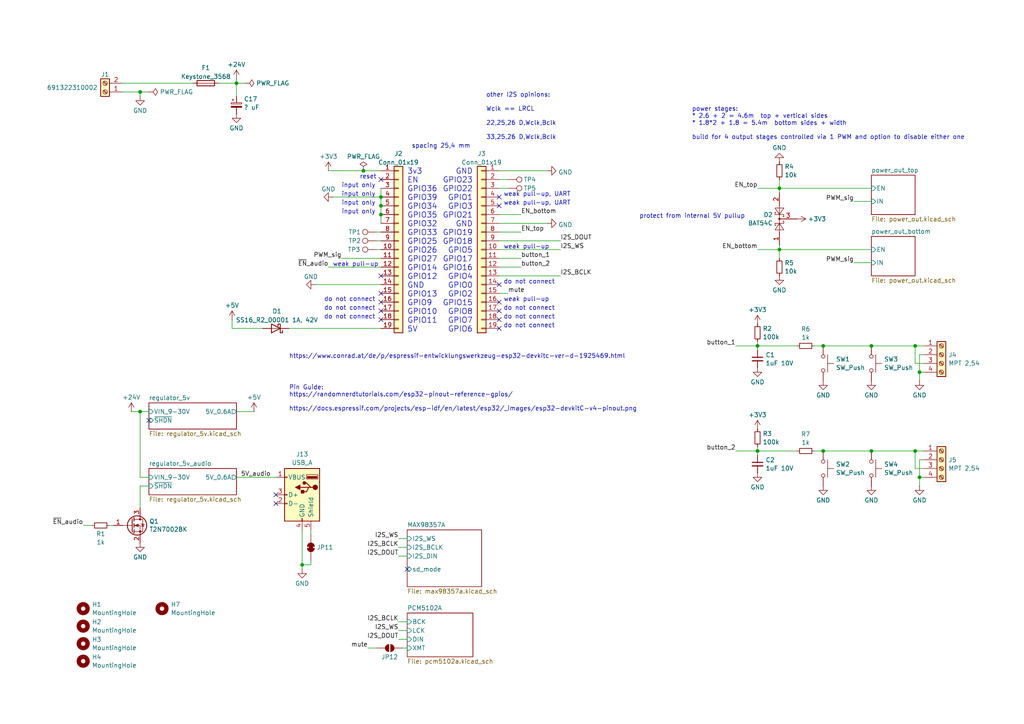
<source format=kicad_sch>
(kicad_sch (version 20231120) (generator "eeschema") (generator_version "8.0")
  (paper "A4")
  (lib_symbols
    (symbol "Connector:Screw_Terminal_01x02" (pin_names (offset 1.016) hide)
      (property "Reference" "J" (at 0 2.54 0))
      (property "Value" "Screw_Terminal_01x02" (at 0 -5.08 0))
      (symbol "Screw_Terminal_01x02_1_1"
        (rectangle (start -1.27 1.27) (end 1.27 -3.81) (stroke (width 0.254)) (fill (type background)))
        (circle (center 0 -2.54) (radius 0.635) (stroke (width 0.1524)))
        (polyline (pts (xy -0.5334 -2.2098) (xy 0.3302 -3.048)) (stroke (width 0.1524)))
        (polyline (pts (xy -0.5334 0.3302) (xy 0.3302 -0.508)) (stroke (width 0.1524)))
        (polyline (pts (xy -0.3556 -2.032) (xy 0.508 -2.8702)) (stroke (width 0.1524)))
        (polyline (pts (xy -0.3556 0.508) (xy 0.508 -0.3302)) (stroke (width 0.1524)))
        (circle (center 0 0) (radius 0.635) (stroke (width 0.1524)))
        (pin passive line (at -5.08 0 0) (length 3.81) (name "Pin_1") (number "1"))
        (pin passive line (at -5.08 -2.54 0) (length 3.81) (name "Pin_2") (number "2"))
      )
    )
    (symbol "Connector:Screw_Terminal_01x04" (pin_names (offset 1.016) hide)
      (property "Reference" "J" (at 0 5.08 0))
      (property "Value" "Screw_Terminal_01x04" (at 0 -7.62 0))
      (symbol "Screw_Terminal_01x04_1_1"
        (rectangle (start -1.27 3.81) (end 1.27 -6.35) (stroke (width 0.254)) (fill (type background)))
        (circle (center 0 -5.08) (radius 0.635) (stroke (width 0.1524)))
        (circle (center 0 -2.54) (radius 0.635) (stroke (width 0.1524)))
        (polyline (pts (xy -0.5334 -4.7498) (xy 0.3302 -5.588)) (stroke (width 0.1524)))
        (polyline (pts (xy -0.5334 -2.2098) (xy 0.3302 -3.048)) (stroke (width 0.1524)))
        (polyline (pts (xy -0.5334 0.3302) (xy 0.3302 -0.508)) (stroke (width 0.1524)))
        (polyline (pts (xy -0.5334 2.8702) (xy 0.3302 2.032)) (stroke (width 0.1524)))
        (polyline (pts (xy -0.3556 -4.572) (xy 0.508 -5.4102)) (stroke (width 0.1524)))
        (polyline (pts (xy -0.3556 -2.032) (xy 0.508 -2.8702)) (stroke (width 0.1524)))
        (polyline (pts (xy -0.3556 0.508) (xy 0.508 -0.3302)) (stroke (width 0.1524)))
        (polyline (pts (xy -0.3556 3.048) (xy 0.508 2.2098)) (stroke (width 0.1524)))
        (circle (center 0 0) (radius 0.635) (stroke (width 0.1524)))
        (circle (center 0 2.54) (radius 0.635) (stroke (width 0.1524)))
        (pin passive line (at -5.08 2.54 0) (length 3.81) (name "Pin_1") (number "1"))
        (pin passive line (at -5.08 0 0) (length 3.81) (name "Pin_2") (number "2"))
        (pin passive line (at -5.08 -2.54 0) (length 3.81) (name "Pin_3") (number "3"))
        (pin passive line (at -5.08 -5.08 0) (length 3.81) (name "Pin_4") (number "4"))
      )
    )
    (symbol "Connector:TestPoint" (pin_numbers hide) (pin_names (offset 0.762) hide)
      (property "Reference" "TP" (at 0 6.858 0))
      (property "Value" "TestPoint" (at 0 5.08 0))
      (symbol "TestPoint_0_1"
        (circle (center 0 3.302) (radius 0.762))
      )
      (symbol "TestPoint_1_1"
        (pin passive line (at 0 0 90) (length 2.54) (name "1") (number "1"))
      )
    )
    (symbol "Connector:USB_A" (pin_names (offset 1.016))
      (property "Reference" "J" (at -5.08 11.43 0))
      (property "Value" "USB_A" (at -5.08 8.89 0))
      (symbol "USB_A_0_1"
        (rectangle (start -5.08 -7.62) (end 5.08 7.62) (stroke (width 0.254)) (fill (type background)))
        (circle (center -3.81 2.159) (radius 0.635) (stroke (width 0.254)) (fill (type outline)))
        (rectangle (start -1.524 4.826) (end -4.318 5.334) (fill (type outline)))
        (rectangle (start -1.27 4.572) (end -4.572 5.842))
        (circle (center -0.635 3.429) (radius 0.381) (stroke (width 0.254)) (fill (type outline)))
        (rectangle (start -0.127 -7.62) (end 0.127 -6.858))
        (polyline (pts (xy -3.175 2.159) (xy -2.54 2.159) (xy -1.27 3.429) (xy -0.635 3.429)) (stroke (width 0.254)))
        (polyline (pts (xy -2.54 2.159) (xy -1.905 2.159) (xy -1.27 0.889) (xy 0 0.889)) (stroke (width 0.254)))
        (polyline (pts (xy 0.635 2.794) (xy 0.635 1.524) (xy 1.905 2.159) (xy 0.635 2.794)) (stroke (width 0.254)) (fill (type outline)))
        (rectangle (start 0.254 1.27) (end -0.508 0.508) (stroke (width 0.254)) (fill (type outline)))
        (rectangle (start 5.08 -2.667) (end 4.318 -2.413))
        (rectangle (start 5.08 -0.127) (end 4.318 0.127))
        (rectangle (start 5.08 4.953) (end 4.318 5.207))
      )
      (symbol "USB_A_1_1"
        (polyline (pts (xy -1.905 2.159) (xy 0.635 2.159)) (stroke (width 0.254)))
        (pin power_in line (at 7.62 5.08 180) (length 2.54) (name "VBUS") (number "1"))
        (pin bidirectional line (at 7.62 -2.54 180) (length 2.54) (name "D-") (number "2"))
        (pin bidirectional line (at 7.62 0 180) (length 2.54) (name "D+") (number "3"))
        (pin power_in line (at 0 -10.16 90) (length 2.54) (name "GND") (number "4"))
        (pin passive line (at -2.54 -10.16 90) (length 2.54) (name "Shield") (number "5"))
      )
    )
    (symbol "Connector_Generic:Conn_01x19" (pin_names (offset 1.016) hide)
      (property "Reference" "J" (at 0 25.4 0))
      (property "Value" "Conn_01x19" (at 0 -25.4 0))
      (symbol "Conn_01x19_1_1"
        (rectangle (start -1.27 -22.733) (end 0 -22.987) (stroke (width 0.1524)))
        (rectangle (start -1.27 -20.193) (end 0 -20.447) (stroke (width 0.1524)))
        (rectangle (start -1.27 -17.653) (end 0 -17.907) (stroke (width 0.1524)))
        (rectangle (start -1.27 -15.113) (end 0 -15.367) (stroke (width 0.1524)))
        (rectangle (start -1.27 -12.573) (end 0 -12.827) (stroke (width 0.1524)))
        (rectangle (start -1.27 -10.033) (end 0 -10.287) (stroke (width 0.1524)))
        (rectangle (start -1.27 -7.493) (end 0 -7.747) (stroke (width 0.1524)))
        (rectangle (start -1.27 -4.953) (end 0 -5.207) (stroke (width 0.1524)))
        (rectangle (start -1.27 -2.413) (end 0 -2.667) (stroke (width 0.1524)))
        (rectangle (start -1.27 0.127) (end 0 -0.127) (stroke (width 0.1524)))
        (rectangle (start -1.27 2.667) (end 0 2.413) (stroke (width 0.1524)))
        (rectangle (start -1.27 5.207) (end 0 4.953) (stroke (width 0.1524)))
        (rectangle (start -1.27 7.747) (end 0 7.493) (stroke (width 0.1524)))
        (rectangle (start -1.27 10.287) (end 0 10.033) (stroke (width 0.1524)))
        (rectangle (start -1.27 12.827) (end 0 12.573) (stroke (width 0.1524)))
        (rectangle (start -1.27 15.367) (end 0 15.113) (stroke (width 0.1524)))
        (rectangle (start -1.27 17.907) (end 0 17.653) (stroke (width 0.1524)))
        (rectangle (start -1.27 20.447) (end 0 20.193) (stroke (width 0.1524)))
        (rectangle (start -1.27 22.987) (end 0 22.733) (stroke (width 0.1524)))
        (rectangle (start -1.27 24.13) (end 1.27 -24.13) (stroke (width 0.254)) (fill (type background)))
        (pin passive line (at -5.08 22.86 0) (length 3.81) (name "Pin_1") (number "1"))
        (pin passive line (at -5.08 0 0) (length 3.81) (name "Pin_10") (number "10"))
        (pin passive line (at -5.08 -2.54 0) (length 3.81) (name "Pin_11") (number "11"))
        (pin passive line (at -5.08 -5.08 0) (length 3.81) (name "Pin_12") (number "12"))
        (pin passive line (at -5.08 -7.62 0) (length 3.81) (name "Pin_13") (number "13"))
        (pin passive line (at -5.08 -10.16 0) (length 3.81) (name "Pin_14") (number "14"))
        (pin passive line (at -5.08 -12.7 0) (length 3.81) (name "Pin_15") (number "15"))
        (pin passive line (at -5.08 -15.24 0) (length 3.81) (name "Pin_16") (number "16"))
        (pin passive line (at -5.08 -17.78 0) (length 3.81) (name "Pin_17") (number "17"))
        (pin passive line (at -5.08 -20.32 0) (length 3.81) (name "Pin_18") (number "18"))
        (pin passive line (at -5.08 -22.86 0) (length 3.81) (name "Pin_19") (number "19"))
        (pin passive line (at -5.08 20.32 0) (length 3.81) (name "Pin_2") (number "2"))
        (pin passive line (at -5.08 17.78 0) (length 3.81) (name "Pin_3") (number "3"))
        (pin passive line (at -5.08 15.24 0) (length 3.81) (name "Pin_4") (number "4"))
        (pin passive line (at -5.08 12.7 0) (length 3.81) (name "Pin_5") (number "5"))
        (pin passive line (at -5.08 10.16 0) (length 3.81) (name "Pin_6") (number "6"))
        (pin passive line (at -5.08 7.62 0) (length 3.81) (name "Pin_7") (number "7"))
        (pin passive line (at -5.08 5.08 0) (length 3.81) (name "Pin_8") (number "8"))
        (pin passive line (at -5.08 2.54 0) (length 3.81) (name "Pin_9") (number "9"))
      )
    )
    (symbol "Device:C_Polarized_Small" (pin_numbers hide) (pin_names (offset 0.254) hide)
      (property "Reference" "C" (at 0.254 1.778 0))
      (property "Value" "C_Polarized_Small" (at 0.254 -2.032 0))
      (symbol "C_Polarized_Small_0_1"
        (rectangle (start -1.524 -0.3048) (end 1.524 -0.6858) (fill (type outline)))
        (rectangle (start -1.524 0.6858) (end 1.524 0.3048))
        (polyline (pts (xy -1.27 1.524) (xy -0.762 1.524)))
        (polyline (pts (xy -1.016 1.27) (xy -1.016 1.778)))
      )
      (symbol "C_Polarized_Small_1_1"
        (pin passive line (at 0 2.54 270) (length 1.8542) (name "~") (number "1"))
        (pin passive line (at 0 -2.54 90) (length 1.8542) (name "~") (number "2"))
      )
    )
    (symbol "Device:C_Small" (pin_numbers hide) (pin_names (offset 0.254) hide)
      (property "Reference" "C" (at 0.254 1.778 0))
      (property "Value" "C_Small" (at 0.254 -2.032 0))
      (symbol "C_Small_0_1"
        (polyline (pts (xy -1.524 -0.508) (xy 1.524 -0.508)) (stroke (width 0.3302)))
        (polyline (pts (xy -1.524 0.508) (xy 1.524 0.508)) (stroke (width 0.3048)))
      )
      (symbol "C_Small_1_1"
        (pin passive line (at 0 2.54 270) (length 2.032) (name "~") (number "1"))
        (pin passive line (at 0 -2.54 90) (length 2.032) (name "~") (number "2"))
      )
    )
    (symbol "Device:D_Schottky" (pin_numbers hide) (pin_names (offset 1.016) hide)
      (property "Reference" "D" (at 0 2.54 0))
      (property "Value" "D_Schottky" (at 0 -2.54 0))
      (symbol "D_Schottky_0_1"
        (polyline (pts (xy 1.27 0) (xy -1.27 0)))
        (polyline (pts (xy 1.27 1.27) (xy 1.27 -1.27) (xy -1.27 0) (xy 1.27 1.27)) (stroke (width 0.254)))
        (polyline (pts (xy -1.905 0.635) (xy -1.905 1.27) (xy -1.27 1.27) (xy -1.27 -1.27) (xy -0.635 -1.27) (xy -0.635 -0.635)) (stroke (width 0.254)))
      )
      (symbol "D_Schottky_1_1"
        (pin passive line (at -3.81 0 0) (length 2.54) (name "K") (number "1"))
        (pin passive line (at 3.81 0 180) (length 2.54) (name "A") (number "2"))
      )
    )
    (symbol "Device:Fuse" (pin_numbers hide) (pin_names (offset 0))
      (property "Reference" "F" (at 2.032 0 90))
      (property "Value" "Fuse" (at -1.905 0 90))
      (symbol "Fuse_0_1"
        (rectangle (start -0.762 -2.54) (end 0.762 2.54) (stroke (width 0.254)))
        (polyline (pts (xy 0 2.54) (xy 0 -2.54)))
      )
      (symbol "Fuse_1_1"
        (pin passive line (at 0 3.81 270) (length 1.27) (name "~") (number "1"))
        (pin passive line (at 0 -3.81 90) (length 1.27) (name "~") (number "2"))
      )
    )
    (symbol "Device:R_Small" (pin_numbers hide) (pin_names (offset 0.254) hide)
      (property "Reference" "R" (at 0.762 0.508 0))
      (property "Value" "R_Small" (at 0.762 -1.016 0))
      (symbol "R_Small_0_1"
        (rectangle (start -0.762 1.778) (end 0.762 -1.778) (stroke (width 0.2032)))
      )
      (symbol "R_Small_1_1"
        (pin passive line (at 0 2.54 270) (length 0.762) (name "~") (number "1"))
        (pin passive line (at 0 -2.54 90) (length 0.762) (name "~") (number "2"))
      )
    )
    (symbol "Diode:BAT54C" (pin_names (offset 1.016))
      (property "Reference" "D" (at 0.635 -3.81 0))
      (property "Value" "BAT54C" (at -6.35 3.175 0))
      (symbol "BAT54C_0_1"
        (polyline (pts (xy -1.905 0) (xy 1.905 0)))
        (polyline (pts (xy -1.905 1.27) (xy -1.905 1.016)))
        (polyline (pts (xy -1.27 -1.27) (xy -0.635 -1.27)))
        (polyline (pts (xy -1.27 0) (xy -3.81 0)))
        (polyline (pts (xy -1.27 1.27) (xy -1.905 1.27)))
        (polyline (pts (xy -1.27 1.27) (xy -1.27 -1.27)))
        (polyline (pts (xy -0.635 -1.27) (xy -0.635 -1.016)))
        (polyline (pts (xy 0.635 -1.27) (xy 0.635 -1.016)))
        (polyline (pts (xy 1.27 -1.27) (xy 0.635 -1.27)))
        (polyline (pts (xy 1.27 1.27) (xy 1.27 -1.27)))
        (polyline (pts (xy 1.27 1.27) (xy 1.905 1.27)))
        (polyline (pts (xy 1.905 1.27) (xy 1.905 1.016)))
        (polyline (pts (xy 3.81 0) (xy 1.27 0)))
        (polyline (pts (xy -3.175 -1.27) (xy -3.175 1.27) (xy -1.27 0) (xy -3.175 -1.27)))
        (polyline (pts (xy 3.175 -1.27) (xy 3.175 1.27) (xy 1.27 0) (xy 3.175 -1.27)))
        (circle (center 0 0) (radius 0.254) (fill (type outline)))
      )
      (symbol "BAT54C_1_1"
        (pin passive line (at -7.62 0 0) (length 3.81) (name "~") (number "1"))
        (pin passive line (at 7.62 0 180) (length 3.81) (name "~") (number "2"))
        (pin passive line (at 0 -5.08 90) (length 5.08) (name "~") (number "3"))
      )
    )
    (symbol "Jumper:SolderJumper_2_Bridged" (pin_numbers hide) (pin_names (offset 0) hide) (exclude_from_sim yes) (in_bom no)
      (property "Reference" "JP" (at 0 2.032 0))
      (property "Value" "SolderJumper_2_Bridged" (at 0 -2.54 0))
      (symbol "SolderJumper_2_Bridged_0_1"
        (rectangle (start -0.508 0.508) (end 0.508 -0.508) (fill (type outline)))
        (arc (start -0.254 1.016) (mid -1.2656 0) (end -0.254 -1.016))
        (arc (start -0.254 1.016) (mid -1.2656 0) (end -0.254 -1.016) (fill (type outline)))
        (polyline (pts (xy -0.254 1.016) (xy -0.254 -1.016)))
        (polyline (pts (xy 0.254 1.016) (xy 0.254 -1.016)))
        (arc (start 0.254 -1.016) (mid 1.2656 0) (end 0.254 1.016))
        (arc (start 0.254 -1.016) (mid 1.2656 0) (end 0.254 1.016) (fill (type outline)))
      )
      (symbol "SolderJumper_2_Bridged_1_1"
        (pin passive line (at -3.81 0 0) (length 2.54) (name "A") (number "1"))
        (pin passive line (at 3.81 0 180) (length 2.54) (name "B") (number "2"))
      )
    )
    (symbol "Jumper:SolderJumper_2_Open" (pin_numbers hide) (pin_names (offset 0) hide) (exclude_from_sim yes) (in_bom no)
      (property "Reference" "JP" (at 0 2.032 0))
      (property "Value" "SolderJumper_2_Open" (at 0 -2.54 0))
      (symbol "SolderJumper_2_Open_0_1"
        (arc (start -0.254 1.016) (mid -1.2656 0) (end -0.254 -1.016))
        (arc (start -0.254 1.016) (mid -1.2656 0) (end -0.254 -1.016) (fill (type outline)))
        (polyline (pts (xy -0.254 1.016) (xy -0.254 -1.016)))
        (polyline (pts (xy 0.254 1.016) (xy 0.254 -1.016)))
        (arc (start 0.254 -1.016) (mid 1.2656 0) (end 0.254 1.016))
        (arc (start 0.254 -1.016) (mid 1.2656 0) (end 0.254 1.016) (fill (type outline)))
      )
      (symbol "SolderJumper_2_Open_1_1"
        (pin passive line (at -3.81 0 0) (length 2.54) (name "A") (number "1"))
        (pin passive line (at 3.81 0 180) (length 2.54) (name "B") (number "2"))
      )
    )
    (symbol "Mechanical:MountingHole" (pin_names (offset 1.016)) (exclude_from_sim yes) (in_bom no)
      (property "Reference" "H" (at 0 5.08 0))
      (property "Value" "MountingHole" (at 0 3.175 0))
      (symbol "MountingHole_0_1"
        (circle (center 0 0) (radius 1.27) (stroke (width 1.27)))
      )
    )
    (symbol "Switch:SW_Push" (pin_numbers hide) (pin_names (offset 1.016) hide)
      (property "Reference" "SW" (at 1.27 2.54 0))
      (property "Value" "SW_Push" (at 0 -1.524 0))
      (symbol "SW_Push_0_1"
        (circle (center -2.032 0) (radius 0.508))
        (polyline (pts (xy 0 1.27) (xy 0 3.048)))
        (polyline (pts (xy 2.54 1.27) (xy -2.54 1.27)))
        (circle (center 2.032 0) (radius 0.508))
        (pin passive line (at -5.08 0 0) (length 2.54) (name "1") (number "1"))
        (pin passive line (at 5.08 0 180) (length 2.54) (name "2") (number "2"))
      )
    )
    (symbol "Transistor_FET:DMN10H220L" (pin_names hide)
      (property "Reference" "Q" (at 5.08 1.905 0))
      (property "Value" "DMN10H220L" (at 5.08 0 0))
      (symbol "DMN10H220L_0_1"
        (polyline (pts (xy 0.254 0) (xy -2.54 0)))
        (polyline (pts (xy 0.254 1.905) (xy 0.254 -1.905)) (stroke (width 0.254)))
        (polyline (pts (xy 0.762 -1.27) (xy 0.762 -2.286)) (stroke (width 0.254)))
        (polyline (pts (xy 0.762 0.508) (xy 0.762 -0.508)) (stroke (width 0.254)))
        (polyline (pts (xy 0.762 2.286) (xy 0.762 1.27)) (stroke (width 0.254)))
        (polyline (pts (xy 2.54 2.54) (xy 2.54 1.778)))
        (polyline (pts (xy 2.54 -2.54) (xy 2.54 0) (xy 0.762 0)))
        (polyline (pts (xy 0.762 -1.778) (xy 3.302 -1.778) (xy 3.302 1.778) (xy 0.762 1.778)))
        (polyline (pts (xy 1.016 0) (xy 2.032 0.381) (xy 2.032 -0.381) (xy 1.016 0)) (fill (type outline)))
        (polyline (pts (xy 2.794 0.508) (xy 2.921 0.381) (xy 3.683 0.381) (xy 3.81 0.254)))
        (polyline (pts (xy 3.302 0.381) (xy 2.921 -0.254) (xy 3.683 -0.254) (xy 3.302 0.381)))
        (circle (center 1.651 0) (radius 2.794) (stroke (width 0.254)))
        (circle (center 2.54 -1.778) (radius 0.254) (fill (type outline)))
        (circle (center 2.54 1.778) (radius 0.254) (fill (type outline)))
      )
      (symbol "DMN10H220L_1_1"
        (pin input line (at -5.08 0 0) (length 2.54) (name "G") (number "1"))
        (pin passive line (at 2.54 -5.08 90) (length 2.54) (name "S") (number "2"))
        (pin passive line (at 2.54 5.08 270) (length 2.54) (name "D") (number "3"))
      )
    )
    (symbol "power:+24V" (power) (pin_numbers hide) (pin_names (offset 0) hide)
      (property "Value" "+24V" (at 0 3.556 0))
      (symbol "+24V_0_1"
        (polyline (pts (xy -0.762 1.27) (xy 0 2.54)))
        (polyline (pts (xy 0 0) (xy 0 2.54)))
        (polyline (pts (xy 0 2.54) (xy 0.762 1.27)))
      )
      (symbol "+24V_1_1"
        (pin power_in line (at 0 0 90) (length 0) (name "~") (number "1"))
      )
    )
    (symbol "power:+3V3" (power) (pin_numbers hide) (pin_names (offset 0) hide)
      (property "Value" "+3V3" (at 0 3.556 0))
      (symbol "+3V3_0_1"
        (polyline (pts (xy -0.762 1.27) (xy 0 2.54)))
        (polyline (pts (xy 0 0) (xy 0 2.54)))
        (polyline (pts (xy 0 2.54) (xy 0.762 1.27)))
      )
      (symbol "+3V3_1_1"
        (pin power_in line (at 0 0 90) (length 0) (name "~") (number "1"))
      )
    )
    (symbol "power:+5V" (power) (pin_numbers hide) (pin_names (offset 0) hide)
      (property "Value" "+5V" (at 0 3.556 0))
      (symbol "+5V_0_1"
        (polyline (pts (xy -0.762 1.27) (xy 0 2.54)))
        (polyline (pts (xy 0 0) (xy 0 2.54)))
        (polyline (pts (xy 0 2.54) (xy 0.762 1.27)))
      )
      (symbol "+5V_1_1"
        (pin power_in line (at 0 0 90) (length 0) (name "~") (number "1"))
      )
    )
    (symbol "power:GND" (power) (pin_numbers hide) (pin_names (offset 0) hide)
      (property "Value" "GND" (at 0 -3.81 0))
      (symbol "GND_0_1"
        (polyline (pts (xy 0 0) (xy 0 -1.27) (xy 1.27 -1.27) (xy 0 -2.54) (xy -1.27 -1.27) (xy 0 -1.27)))
      )
      (symbol "GND_1_1"
        (pin power_in line (at 0 0 270) (length 0) (name "~") (number "1"))
      )
    )
    (symbol "power:PWR_FLAG" (power) (pin_numbers hide) (pin_names (offset 0) hide)
      (property "Value" "PWR_FLAG" (at 0 3.81 0))
      (symbol "PWR_FLAG_0_0"
        (pin power_out line (at 0 0 90) (length 0) (name "~") (number "1"))
      )
      (symbol "PWR_FLAG_0_1"
        (polyline (pts (xy 0 0) (xy 0 1.27) (xy -1.016 1.905) (xy 0 2.54) (xy 1.016 1.905) (xy 0 1.27)))
      )
    )
  )
  (junction (at 226.06 54.61))
  (junction (at 252.73 100.33))
  (junction (at 110.49 59.69))
  (junction (at 238.76 100.33))
  (junction (at 87.63 163.83))
  (junction (at 110.49 57.15))
  (junction (at 219.71 130.81))
  (junction (at 226.06 72.39))
  (junction (at 40.64 26.67))
  (junction (at 265.43 130.81))
  (junction (at 219.71 100.33))
  (junction (at 68.58 24.13))
  (junction (at 266.7 138.43))
  (junction (at 40.64 119.38))
  (junction (at 105.41 49.53))
  (junction (at 266.7 107.95))
  (junction (at 110.49 62.23))
  (junction (at 265.43 100.33))
  (junction (at 238.76 130.81))
  (junction (at 252.73 130.81))
  (no_connect (at 110.49 80.01))
  (no_connect (at 80.01 143.51))
  (no_connect (at 144.78 90.17))
  (no_connect (at 118.11 165.1))
  (no_connect (at 144.78 87.63))
  (no_connect (at 110.49 87.63))
  (no_connect (at 110.49 85.09))
  (no_connect (at 144.78 82.55))
  (no_connect (at 144.78 95.25))
  (no_connect (at 43.18 121.92))
  (no_connect (at 80.01 146.05))
  (no_connect (at 110.49 52.07))
  (no_connect (at 110.49 90.17))
  (no_connect (at 144.78 57.15))
  (no_connect (at 144.78 92.71))
  (no_connect (at 144.78 59.69))
  (no_connect (at 110.49 92.71))
  (wire (pts (xy 118.11 158.75) (xy 115.57 158.75)))
  (wire (pts (xy 266.7 102.87) (xy 266.7 107.95)))
  (wire (pts (xy 267.97 135.89) (xy 265.43 135.89)))
  (wire (pts (xy 109.22 67.31) (xy 110.49 67.31)))
  (wire (pts (xy 144.78 80.01) (xy 162.56 80.01)))
  (wire (pts (xy 40.64 140.97) (xy 40.64 147.32)))
  (wire (pts (xy 266.7 107.95) (xy 266.7 110.49)))
  (wire (pts (xy 219.71 99.06) (xy 219.71 100.33)))
  (wire (pts (xy 144.78 54.61) (xy 147.32 54.61)))
  (wire (pts (xy 110.49 57.15) (xy 110.49 59.69)))
  (wire (pts (xy 40.64 119.38) (xy 43.18 119.38)))
  (wire (pts (xy 40.64 119.38) (xy 40.64 138.43)))
  (wire (pts (xy 38.1 119.38) (xy 40.64 119.38)))
  (wire (pts (xy 90.17 163.83) (xy 87.63 163.83)))
  (wire (pts (xy 96.52 57.15) (xy 110.49 57.15)))
  (wire (pts (xy 265.43 130.81) (xy 267.97 130.81)))
  (wire (pts (xy 266.7 138.43) (xy 266.7 140.97)))
  (wire (pts (xy 226.06 52.07) (xy 226.06 54.61)))
  (wire (pts (xy 238.76 100.33) (xy 252.73 100.33)))
  (wire (pts (xy 118.11 185.42) (xy 115.57 185.42)))
  (wire (pts (xy 247.65 76.2) (xy 252.73 76.2)))
  (wire (pts (xy 231.14 100.33) (xy 219.71 100.33)))
  (wire (pts (xy 35.56 26.67) (xy 40.64 26.67)))
  (wire (pts (xy 40.64 26.67) (xy 43.18 26.67)))
  (wire (pts (xy 219.71 54.61) (xy 226.06 54.61)))
  (wire (pts (xy 68.58 119.38) (xy 73.66 119.38)))
  (wire (pts (xy 91.44 82.55) (xy 110.49 82.55)))
  (wire (pts (xy 213.36 100.33) (xy 219.71 100.33)))
  (wire (pts (xy 236.22 130.81) (xy 238.76 130.81)))
  (wire (pts (xy 226.06 54.61) (xy 226.06 55.88)))
  (wire (pts (xy 118.11 180.34) (xy 115.57 180.34)))
  (wire (pts (xy 118.11 182.88) (xy 115.57 182.88)))
  (wire (pts (xy 267.97 107.95) (xy 266.7 107.95)))
  (wire (pts (xy 219.71 72.39) (xy 226.06 72.39)))
  (wire (pts (xy 106.68 187.96) (xy 109.22 187.96)))
  (wire (pts (xy 67.31 95.25) (xy 67.31 92.71)))
  (wire (pts (xy 83.82 95.25) (xy 110.49 95.25)))
  (wire (pts (xy 109.22 72.39) (xy 110.49 72.39)))
  (wire (pts (xy 87.63 153.67) (xy 87.63 163.83)))
  (wire (pts (xy 265.43 105.41) (xy 265.43 100.33)))
  (wire (pts (xy 110.49 54.61) (xy 110.49 57.15)))
  (wire (pts (xy 151.13 62.23) (xy 144.78 62.23)))
  (wire (pts (xy 151.13 77.47) (xy 144.78 77.47)))
  (wire (pts (xy 116.84 187.96) (xy 118.11 187.96)))
  (wire (pts (xy 110.49 62.23) (xy 110.49 64.77)))
  (wire (pts (xy 219.71 129.54) (xy 219.71 130.81)))
  (wire (pts (xy 63.5 24.13) (xy 68.58 24.13)))
  (wire (pts (xy 144.78 72.39) (xy 162.56 72.39)))
  (wire (pts (xy 68.58 22.86) (xy 68.58 24.13)))
  (wire (pts (xy 90.17 153.67) (xy 90.17 154.94)))
  (wire (pts (xy 33.02 152.4) (xy 31.75 152.4)))
  (wire (pts (xy 35.56 24.13) (xy 55.88 24.13)))
  (wire (pts (xy 265.43 100.33) (xy 267.97 100.33)))
  (wire (pts (xy 95.25 77.47) (xy 110.49 77.47)))
  (wire (pts (xy 226.06 72.39) (xy 226.06 74.93)))
  (wire (pts (xy 266.7 133.35) (xy 266.7 138.43)))
  (wire (pts (xy 144.78 52.07) (xy 147.32 52.07)))
  (wire (pts (xy 118.11 156.21) (xy 115.57 156.21)))
  (wire (pts (xy 147.32 85.09) (xy 144.78 85.09)))
  (wire (pts (xy 99.06 74.93) (xy 110.49 74.93)))
  (wire (pts (xy 43.18 140.97) (xy 40.64 140.97)))
  (wire (pts (xy 118.11 161.29) (xy 115.57 161.29)))
  (wire (pts (xy 76.2 95.25) (xy 67.31 95.25)))
  (wire (pts (xy 87.63 163.83) (xy 87.63 165.1)))
  (wire (pts (xy 90.17 162.56) (xy 90.17 163.83)))
  (wire (pts (xy 219.71 100.33) (xy 219.71 101.6)))
  (wire (pts (xy 213.36 130.81) (xy 219.71 130.81)))
  (wire (pts (xy 231.14 130.81) (xy 219.71 130.81)))
  (wire (pts (xy 265.43 135.89) (xy 265.43 130.81)))
  (wire (pts (xy 95.25 49.53) (xy 105.41 49.53)))
  (wire (pts (xy 144.78 69.85) (xy 162.56 69.85)))
  (wire (pts (xy 158.75 64.77) (xy 144.78 64.77)))
  (wire (pts (xy 226.06 54.61) (xy 252.73 54.61)))
  (wire (pts (xy 109.22 69.85) (xy 110.49 69.85)))
  (wire (pts (xy 219.71 130.81) (xy 219.71 132.08)))
  (wire (pts (xy 144.78 49.53) (xy 158.75 49.53)))
  (wire (pts (xy 40.64 138.43) (xy 43.18 138.43)))
  (wire (pts (xy 68.58 24.13) (xy 71.12 24.13)))
  (wire (pts (xy 226.06 72.39) (xy 252.73 72.39)))
  (wire (pts (xy 68.58 24.13) (xy 68.58 27.94)))
  (wire (pts (xy 267.97 105.41) (xy 265.43 105.41)))
  (wire (pts (xy 151.13 67.31) (xy 144.78 67.31)))
  (wire (pts (xy 252.73 100.33) (xy 265.43 100.33)))
  (wire (pts (xy 267.97 133.35) (xy 266.7 133.35)))
  (wire (pts (xy 266.7 138.43) (xy 267.97 138.43)))
  (wire (pts (xy 236.22 100.33) (xy 238.76 100.33)))
  (wire (pts (xy 151.13 74.93) (xy 144.78 74.93)))
  (wire (pts (xy 40.64 26.67) (xy 40.64 27.94)))
  (wire (pts (xy 110.49 59.69) (xy 110.49 62.23)))
  (wire (pts (xy 252.73 130.81) (xy 265.43 130.81)))
  (wire (pts (xy 238.76 130.81) (xy 252.73 130.81)))
  (wire (pts (xy 247.65 58.42) (xy 252.73 58.42)))
  (wire (pts (xy 105.41 49.53) (xy 110.49 49.53)))
  (wire (pts (xy 226.06 71.12) (xy 226.06 72.39)))
  (wire (pts (xy 26.67 152.4) (xy 24.13 152.4)))
  (wire (pts (xy 267.97 102.87) (xy 266.7 102.87)))
  (wire (pts (xy 68.58 138.43) (xy 80.01 138.43)))
  (text "input only" (at 99.06 62.23 0) (effects (font (size 1.27 1.27)) (justify left bottom)))
  (text "input only" (at 99.06 54.61 0) (effects (font (size 1.27 1.27)) (justify left bottom)))
  (text "do not connect" (at 146.05 82.55 0) (effects (font (size 1.27 1.27)) (justify left bottom)))
  (text "GND\nGPIO23\nGPIO22\nGPIO1\nGPIO3\nGPIO21\nGND\nGPIO19\nGPIO18\nGPIO5\nGPIO17\nGPIO16\nGPIO4\nGPIO0\nGPIO2\nGPIO15\nGPIO8\nGPIO7\nGPIO6" (at 137.16 96.52 0) (effects (font (size 1.58 1.58)) (justify right bottom)))
  (text "do not connect" (at 146.05 90.17 0) (effects (font (size 1.27 1.27)) (justify left bottom)))
  (text "input only" (at 99.06 57.15 0) (effects (font (size 1.27 1.27)) (justify left bottom)))
  (text "do not connect" (at 93.98 87.63 0) (effects (font (size 1.27 1.27)) (justify left bottom)))
  (text "weak pull-up" (at 96.52 77.47 0) (effects (font (size 1.27 1.27)) (justify left bottom)))
  (text "https://www.conrad.at/de/p/espressif-entwicklungswerkzeug-esp32-devkitc-ver-d-1925469.html" (at 83.82 104.14 0) (effects (font (size 1.27 1.27)) (justify left bottom)))
  (text "protect from internal 5V pullup" (at 185.42 63.5 0) (effects (font (size 1.27 1.27)) (justify left bottom)))
  (text "input only" (at 99.06 59.69 0) (effects (font (size 1.27 1.27)) (justify left bottom)))
  (text "power stages:\n* 2.6 + 2 = 4.6m  top + vertical sides\n* 1.8*2 + 1.8 = 5.4m  bottom sides + width\n\nbuild for 4 output stages controlled via 1 PWM and option to disable either one" (at 200.66 40.64 0) (effects (font (size 1.27 1.27)) (justify left bottom)))
  (text "weak pull-up" (at 146.05 87.63 0) (effects (font (size 1.27 1.27)) (justify left bottom)))
  (text "weak pull-up, UART" (at 146.05 57.15 0) (effects (font (size 1.27 1.27)) (justify left bottom)))
  (text "do not connect" (at 93.98 90.17 0) (effects (font (size 1.27 1.27)) (justify left bottom)))
  (text "reset" (at 109.22 52.07 0) (effects (font (size 1.27 1.27)) (justify right bottom)))
  (text "do not connect" (at 93.98 92.71 0) (effects (font (size 1.27 1.27)) (justify left bottom)))
  (text "do not connect" (at 146.05 92.71 0) (effects (font (size 1.27 1.27)) (justify left bottom)))
  (text "weak pull-up" (at 146.05 72.39 0) (effects (font (size 1.27 1.27)) (justify left bottom)))
  (text "weak pull-up, UART" (at 146.05 59.69 0) (effects (font (size 1.27 1.27)) (justify left bottom)))
  (text "3v3\nEN\nGPIO36\nGPIO39\nGPIO34\nGPIO35\nGPIO32\nGPIO33\nGPIO25\nGPIO26\nGPIO27\nGPIO14\nGPIO12\nGND\nGPIO13\nGPIO9\nGPIO10\nGPIO11\n5V" (at 118.11 96.52 0) (effects (font (size 1.58 1.58)) (justify left bottom)))
  (text "spacing 25,4 mm" (at 119.38 43.18 0) (effects (font (size 1.27 1.27)) (justify left bottom)))
  (text "Pin Guide:\nhttps://randomnerdtutorials.com/esp32-pinout-reference-gpios/\n\nhttps://docs.espressif.com/projects/esp-idf/en/latest/esp32/_images/esp32-devkitC-v4-pinout.png" (at 83.82 119.38 0) (effects (font (size 1.27 1.27)) (justify left bottom)))
  (text "do not connect" (at 146.05 95.25 0) (effects (font (size 1.27 1.27)) (justify left bottom)))
  (text "other I2S opinions:\n\nWclk == LRCL\n\n22,25,26 D,Wclk,Bclk\n\n33,25,26 D,Wclk,Bclk" (at 140.97 40.64 0) (effects (font (size 1.27 1.27)) (justify left bottom)))
  (label "EN_top" (at 151.13 67.31 0))
  (label "I2S_DOUT" (at 115.57 161.29 180))
  (label "button_1" (at 151.13 74.93 0))
  (label "~{EN}_audio" (at 24.13 152.4 180))
  (label "I2S_WS" (at 162.56 72.39 0))
  (label "I2S_BCLK" (at 162.56 80.01 0))
  (label "~{EN}_audio" (at 95.25 77.47 180))
  (label "I2S_BCLK" (at 115.57 180.34 180))
  (label "button_1" (at 213.36 100.33 180))
  (label "mute" (at 106.68 187.96 180))
  (label "button_2" (at 213.36 130.81 180))
  (label "mute" (at 147.32 85.09 0))
  (label "PWM_sig" (at 247.65 76.2 180))
  (label "PWM_sig" (at 247.65 58.42 180))
  (label "I2S_DOUT" (at 115.57 185.42 180))
  (label "EN_top" (at 219.71 54.61 180))
  (label "EN_bottom" (at 151.13 62.23 0))
  (label "5V_audio" (at 69.85 138.43 0))
  (label "PWM_sig" (at 99.06 74.93 180))
  (label "I2S_DOUT" (at 162.56 69.85 0))
  (label "EN_bottom" (at 219.71 72.39 180))
  (label "I2S_WS" (at 115.57 182.88 180))
  (label "I2S_WS" (at 115.57 156.21 180))
  (label "I2S_BCLK" (at 115.57 158.75 180))
  (label "button_2" (at 151.13 77.47 0))
  (symbol (lib_id "Device:R_Small") (at 226.06 77.47 180) (unit 1)
    (property "Reference" "R5" (at 227.5586 76.2579 0) (effects (justify right)))
    (property "Value" "10k" (at 227.5586 78.6821 0) (effects (justify right)))
    (property "Footprint" "Resistor_SMD:R_0402_1005Metric" (effects (hide yes)))
  )
  (symbol (lib_id "Device:C_Small") (at 219.71 104.14 0) (unit 1)
    (property "Reference" "C1" (at 222.0341 102.9342 0) (effects (justify left)))
    (property "Value" "1uF 10V" (at 222.0341 105.3584 0) (effects (justify left)))
    (property "Footprint" "Capacitor_SMD:C_0402_1005Metric" (effects (hide yes)))
  )
  (symbol (lib_id "Mechanical:MountingHole") (at 24.13 186.69 0) (unit 1)
    (property "Reference" "H3" (at 26.67 185.4779 0) (effects (justify left)))
    (property "Value" "MountingHole" (at 26.67 187.9021 0) (effects (justify left)))
    (property "Footprint" "MountingHole:MountingHole_3.2mm_M3_DIN965" (effects (hide yes)))
  )
  (symbol (lib_id "power:+24V") (at 38.1 119.38 0) (unit 1)
    (property "Reference" "#PWR01" (effects (hide yes)))
    (property "Value" "+24V" (at 38.1 115.2469 0))
  )
  (symbol (lib_id "power:GND") (at 266.7 110.49 0) (unit 1)
    (property "Reference" "#PWR022" (effects (hide yes)))
    (property "Value" "GND" (at 266.7 114.6231 0))
  )
  (symbol (lib_id "power:PWR_FLAG") (at 71.12 24.13 270) (unit 1)
    (property "Reference" "#FLG02" (effects (hide yes)))
    (property "Value" "PWR_FLAG" (at 74.295 24.13 90) (effects (justify left)))
  )
  (symbol (lib_id "power:GND") (at 40.64 157.48 0) (mirror y) (unit 1)
    (property "Reference" "#PWR06" (effects (hide yes)))
    (property "Value" "GND" (at 40.64 161.6131 0))
  )
  (symbol (lib_id "Connector:Screw_Terminal_01x04") (at 273.05 102.87 0) (unit 1)
    (property "Reference" "J4" (at 275.082 102.9279 0) (effects (justify left)))
    (property "Value" "MPT 2,54" (at 275.082 105.3521 0) (effects (justify left)))
    (property "Footprint" "TerminalBlock_Phoenix:TerminalBlock_Phoenix_MPT-0,5-4-2.54_1x04_P2.54mm_Horizontal" (effects (hide yes)))
  )
  (symbol (lib_id "Jumper:SolderJumper_2_Open") (at 113.03 187.96 0) (unit 1) (in_bom no)
    (property "Reference" "JP12" (at 113.03 190.5691 0))
    (property "Value" "SolderJumper_2_Open" (effects (hide yes)))
    (property "Footprint" "Jumper:SolderJumper-2_P1.3mm_Open_Pad1.0x1.5mm" (effects (hide yes)))
  )
  (symbol (lib_id "power:GND") (at 68.58 33.02 0) (unit 1)
    (property "Reference" "#PWR065" (effects (hide yes)))
    (property "Value" "GND" (at 68.58 37.1531 0))
  )
  (symbol (lib_id "Connector:TestPoint") (at 109.22 69.85 90) (unit 1)
    (property "Reference" "TP2" (at 102.87 69.85 90))
    (property "Value" "TestPoint" (effects (hide yes)))
    (property "Footprint" "TestPoint:TestPoint_THTPad_D2.0mm_Drill1.0mm" (effects (hide yes)))
  )
  (symbol (lib_id "power:+3V3") (at 231.14 63.5 270) (mirror x) (unit 1)
    (property "Reference" "#PWR017" (effects (hide yes)))
    (property "Value" "+3V3" (at 234.315 63.5 90) (effects (justify left)))
  )
  (symbol (lib_id "power:GND") (at 238.76 140.97 0) (unit 1)
    (property "Reference" "#PWR019" (effects (hide yes)))
    (property "Value" "GND" (at 238.76 145.1031 0))
  )
  (symbol (lib_id "Mechanical:MountingHole") (at 46.99 176.53 0) (unit 1)
    (property "Reference" "H7" (at 49.53 175.3179 0) (effects (justify left)))
    (property "Value" "MountingHole" (at 49.53 177.7421 0) (effects (justify left)))
    (property "Footprint" "MountingHole:MountingHole_3.2mm_M3_DIN965" (effects (hide yes)))
  )
  (symbol (lib_id "Device:R_Small") (at 233.68 130.81 90) (unit 1)
    (property "Reference" "R7" (at 233.68 125.9291 90))
    (property "Value" "1k" (at 233.68 128.3533 90))
    (property "Footprint" "Resistor_SMD:R_0402_1005Metric" (effects (hide yes)))
  )
  (symbol (lib_id "Device:Fuse") (at 59.69 24.13 90) (unit 1)
    (property "Reference" "F1" (at 59.69 19.6682 90))
    (property "Value" "Keystone_3568" (at 59.69 22.2051 90))
    (property "Footprint" "Fuse:Fuseholder_Blade_Mini_Keystone_3568" (effects (hide yes)))
    (property "Datasheet" "https://www.mouser.at/datasheet/2/215/3568-742601.pdf" (effects (hide yes)))
  )
  (symbol (lib_id "Mechanical:MountingHole") (at 24.13 176.53 0) (unit 1)
    (property "Reference" "H1" (at 26.67 175.3179 0) (effects (justify left)))
    (property "Value" "MountingHole" (at 26.67 177.7421 0) (effects (justify left)))
    (property "Footprint" "MountingHole:MountingHole_3.2mm_M3_DIN965" (effects (hide yes)))
  )
  (symbol (lib_id "Transistor_FET:DMN10H220L") (at 38.1 152.4 0) (unit 1)
    (property "Reference" "Q1" (at 43.2816 151.2316 0) (effects (justify left)))
    (property "Value" "T2N7002BK" (at 43.2816 153.543 0) (effects (justify left)))
    (property "Footprint" "Package_TO_SOT_SMD:SOT-23" (effects (hide yes)))
    (property "Datasheet" "https://www.mouser.at/datasheet/2/408/T2N7002BK_datasheet_en_20191025-1916498.pdf" (effects (hide yes)))
    (property "OC_MOUSER" "757-T2N7002BKLM" (effects (hide yes)))
  )
  (symbol (lib_id "power:GND") (at 91.44 82.55 270) (unit 1)
    (property "Reference" "#PWR07" (effects (hide yes)))
    (property "Value" "GND" (at 90.17 80.2442 90))
  )
  (symbol (lib_id "power:GND") (at 226.06 80.01 0) (unit 1)
    (property "Reference" "#PWR016" (effects (hide yes)))
    (property "Value" "GND" (at 226.06 84.1431 0))
  )
  (symbol (lib_id "Device:R_Small") (at 219.71 127 180) (unit 1)
    (property "Reference" "R3" (at 221.2086 125.7879 0) (effects (justify right)))
    (property "Value" "100k" (at 221.2086 128.2121 0) (effects (justify right)))
    (property "Footprint" "Resistor_SMD:R_0402_1005Metric" (effects (hide yes)))
  )
  (symbol (lib_id "Mechanical:MountingHole") (at 24.13 181.61 0) (unit 1)
    (property "Reference" "H2" (at 26.67 180.3979 0) (effects (justify left)))
    (property "Value" "MountingHole" (at 26.67 182.8221 0) (effects (justify left)))
    (property "Footprint" "MountingHole:MountingHole_3.2mm_M3_DIN965" (effects (hide yes)))
  )
  (symbol (lib_id "power:+3V3") (at 219.71 124.46 0) (unit 1)
    (property "Reference" "#PWR013" (effects (hide yes)))
    (property "Value" "+3V3" (at 219.71 120.3269 0))
  )
  (symbol (lib_id "power:+24V") (at 68.58 22.86 0) (unit 1)
    (property "Reference" "#PWR05" (effects (hide yes)))
    (property "Value" "+24V" (at 68.58 18.7269 0))
  )
  (symbol (lib_id "power:GND") (at 158.75 49.53 90) (mirror x) (unit 1)
    (property "Reference" "#PWR09" (effects (hide yes)))
    (property "Value" "GND" (at 161.925 49.9638 90) (effects (justify right)))
  )
  (symbol (lib_id "Switch:SW_Push") (at 252.73 105.41 270) (unit 1) (in_bom no) (on_board no)
    (property "Reference" "SW3" (at 256.413 104.1979 90) (effects (justify left)))
    (property "Value" "SW_Push" (at 256.413 106.6221 90) (effects (justify left)))
  )
  (symbol (lib_id "Connector_Generic:Conn_01x19") (at 139.7 72.39 0) (mirror y) (unit 1)
    (property "Reference" "J3" (at 139.7 44.5602 0))
    (property "Value" "Conn_01x19" (at 139.7 47.0971 0))
    (property "Footprint" "Connector_PinSocket_2.54mm:PinSocket_1x19_P2.54mm_Vertical" (effects (hide yes)))
    (property "OC_MOUSER" "437-3108711901666101" (effects (hide yes)))
  )
  (symbol (lib_id "Connector:TestPoint") (at 147.32 52.07 270) (unit 1)
    (property "Reference" "TP4" (at 153.67 52.07 90))
    (property "Value" "TestPoint" (effects (hide yes)))
    (property "Footprint" "TestPoint:TestPoint_THTPad_D2.0mm_Drill1.0mm" (effects (hide yes)))
  )
  (symbol (lib_id "Device:D_Schottky") (at 80.01 95.25 180) (unit 1)
    (property "Reference" "D1" (at 80.3275 90.2802 0))
    (property "Value" "SS16_R2_00001 1A, 42V" (at 80.3275 92.8171 0))
    (property "Footprint" "Diode_SMD:D_SMA" (effects (hide yes)))
    (property "OC_MOUSER" "241-SS16_R2_00001" (effects (hide yes)))
  )
  (symbol (lib_id "power:GND") (at 226.06 46.99 180) (unit 1)
    (property "Reference" "#PWR015" (effects (hide yes)))
    (property "Value" "GND" (at 226.06 42.8569 0))
  )
  (symbol (lib_id "power:GND") (at 252.73 110.49 0) (unit 1)
    (property "Reference" "#PWR020" (effects (hide yes)))
    (property "Value" "GND" (at 252.73 114.6231 0))
  )
  (symbol (lib_id "Device:R_Small") (at 226.06 49.53 0) (unit 1)
    (property "Reference" "R4" (at 227.5586 48.3179 0) (effects (justify left)))
    (property "Value" "10k" (at 227.5586 50.7421 0) (effects (justify left)))
    (property "Footprint" "Resistor_SMD:R_0402_1005Metric" (effects (hide yes)))
  )
  (symbol (lib_id "Connector:Screw_Terminal_01x02") (at 30.48 26.67 180) (unit 1)
    (property "Reference" "J1" (at 30.48 21.59 0))
    (property "Value" "691322310002" (at 20.955 25.4 0))
    (property "Footprint" "connectors:Wuerth_Term_3.81_1x2_691322310002" (effects (hide yes)))
    (property "OC_MOUSER" "710-691322310002" (effects (hide yes)))
  )
  (symbol (lib_id "power:GND") (at 87.63 165.1 0) (unit 1)
    (property "Reference" "#PWR056" (effects (hide yes)))
    (property "Value" "GND" (at 87.63 169.2331 0))
  )
  (symbol (lib_id "Device:R_Small") (at 219.71 96.52 180) (unit 1)
    (property "Reference" "R2" (at 221.2086 95.3079 0) (effects (justify right)))
    (property "Value" "100k" (at 221.2086 97.7321 0) (effects (justify right)))
    (property "Footprint" "Resistor_SMD:R_0402_1005Metric" (effects (hide yes)))
  )
  (symbol (lib_id "Connector:TestPoint") (at 109.22 72.39 90) (unit 1)
    (property "Reference" "TP3" (at 104.5211 72.39 90) (effects (justify left)))
    (property "Value" "TestPoint" (effects (hide yes)))
    (property "Footprint" "TestPoint:TestPoint_THTPad_D2.0mm_Drill1.0mm" (effects (hide yes)))
  )
  (symbol (lib_id "Device:C_Small") (at 219.71 134.62 0) (unit 1)
    (property "Reference" "C2" (at 222.0341 133.4142 0) (effects (justify left)))
    (property "Value" "1uF 10V" (at 222.0341 135.8384 0) (effects (justify left)))
    (property "Footprint" "Capacitor_SMD:C_0402_1005Metric" (effects (hide yes)))
  )
  (symbol (lib_id "Diode:BAT54C") (at 226.06 63.5 90) (unit 1)
    (property "Reference" "D2" (at 224.155 62.2879 90) (effects (justify left)))
    (property "Value" "BAT54C" (at 224.155 64.7121 90) (effects (justify left)))
    (property "Footprint" "Package_TO_SOT_SMD:SOT-23" (effects (hide yes)))
    (property "Datasheet" "http://www.diodes.com/_files/datasheets/ds11005.pdf" (effects (hide yes)))
  )
  (symbol (lib_id "Switch:SW_Push") (at 238.76 135.89 270) (unit 1) (in_bom no) (on_board no)
    (property "Reference" "SW2" (at 242.443 134.6779 90) (effects (justify left)))
    (property "Value" "SW_Push" (at 242.443 137.1021 90) (effects (justify left)))
  )
  (symbol (lib_id "Connector:Screw_Terminal_01x04") (at 273.05 133.35 0) (unit 1)
    (property "Reference" "J5" (at 275.082 133.4079 0) (effects (justify left)))
    (property "Value" "MPT 2,54" (at 275.082 135.8321 0) (effects (justify left)))
    (property "Footprint" "TerminalBlock_Phoenix:TerminalBlock_Phoenix_MPT-0,5-4-2.54_1x04_P2.54mm_Horizontal" (effects (hide yes)))
  )
  (symbol (lib_id "Device:R_Small") (at 29.21 152.4 270) (mirror x) (unit 1)
    (property "Reference" "R1" (at 29.21 154.8567 90))
    (property "Value" "1k" (at 29.21 157.2809 90))
    (property "Footprint" "Resistor_SMD:R_0402_1005Metric" (effects (hide yes)))
  )
  (symbol (lib_id "Mechanical:MountingHole") (at 24.13 191.77 0) (unit 1)
    (property "Reference" "H4" (at 26.67 190.5579 0) (effects (justify left)))
    (property "Value" "MountingHole" (at 26.67 192.9821 0) (effects (justify left)))
    (property "Footprint" "MountingHole:MountingHole_3.2mm_M3_DIN965" (effects (hide yes)))
  )
  (symbol (lib_id "power:GND") (at 96.52 57.15 270) (unit 1)
    (property "Reference" "#PWR064" (effects (hide yes)))
    (property "Value" "GND" (at 95.25 54.8442 90))
  )
  (symbol (lib_id "power:+5V") (at 73.66 119.38 0) (unit 1)
    (property "Reference" "#PWR03" (effects (hide yes)))
    (property "Value" "+5V" (at 73.66 115.2469 0))
  )
  (symbol (lib_id "power:GND") (at 219.71 137.16 0) (unit 1)
    (property "Reference" "#PWR014" (effects (hide yes)))
    (property "Value" "GND" (at 219.71 141.2931 0))
  )
  (symbol (lib_id "power:PWR_FLAG") (at 105.41 49.53 0) (unit 1)
    (property "Reference" "#FLG03" (effects (hide yes)))
    (property "Value" "PWR_FLAG" (at 105.41 45.3969 0))
  )
  (symbol (lib_id "Connector:TestPoint") (at 147.32 54.61 270) (unit 1)
    (property "Reference" "TP5" (at 153.67 54.61 90))
    (property "Value" "TestPoint" (effects (hide yes)))
    (property "Footprint" "TestPoint:TestPoint_THTPad_D2.0mm_Drill1.0mm" (effects (hide yes)))
  )
  (symbol (lib_id "power:GND") (at 40.64 27.94 0) (unit 1)
    (property "Reference" "#PWR02" (effects (hide yes)))
    (property "Value" "GND" (at 40.64 32.0731 0))
  )
  (symbol (lib_id "power:GND") (at 252.73 140.97 0) (unit 1)
    (property "Reference" "#PWR021" (effects (hide yes)))
    (property "Value" "GND" (at 252.73 145.1031 0))
  )
  (symbol (lib_id "Switch:SW_Push") (at 238.76 105.41 270) (unit 1) (in_bom no) (on_board no)
    (property "Reference" "SW1" (at 242.443 104.1979 90) (effects (justify left)))
    (property "Value" "SW_Push" (at 242.443 106.6221 90) (effects (justify left)))
  )
  (symbol (lib_id "power:+3V3") (at 95.25 49.53 0) (unit 1)
    (property "Reference" "#PWR08" (effects (hide yes)))
    (property "Value" "+3V3" (at 95.25 45.3969 0))
  )
  (symbol (lib_id "power:GND") (at 158.75 64.77 90) (mirror x) (unit 1)
    (property "Reference" "#PWR010" (effects (hide yes)))
    (property "Value" "GND" (at 161.925 65.2038 90) (effects (justify right)))
  )
  (symbol (lib_id "Connector_Generic:Conn_01x19") (at 115.57 72.39 0) (unit 1)
    (property "Reference" "J2" (at 115.57 44.5602 0))
    (property "Value" "Conn_01x19" (at 115.57 47.0971 0))
    (property "Footprint" "Connector_PinSocket_2.54mm:PinSocket_1x19_P2.54mm_Vertical" (effects (hide yes)))
    (property "OC_MOUSER" "437-3108711901666101" (effects (hide yes)))
  )
  (symbol (lib_id "Connector:USB_A") (at 87.63 143.51 0) (mirror y) (unit 1)
    (property "Reference" "J13" (at 87.63 131.7457 0))
    (property "Value" "USB_A" (at 87.63 134.1699 0))
    (property "Footprint" "Connector_USB:USB_A_TE_292303-7_Horizontal" (effects (hide yes)))
    (property "Datasheet" " ~" (effects (hide yes)))
  )
  (symbol (lib_id "power:PWR_FLAG") (at 43.18 26.67 270) (unit 1)
    (property "Reference" "#FLG01" (effects (hide yes)))
    (property "Value" "PWR_FLAG" (at 46.355 26.67 90) (effects (justify left)))
  )
  (symbol (lib_id "power:+3V3") (at 219.71 93.98 0) (unit 1)
    (property "Reference" "#PWR011" (effects (hide yes)))
    (property "Value" "+3V3" (at 219.71 89.8469 0))
  )
  (symbol (lib_id "power:GND") (at 266.7 140.97 0) (unit 1)
    (property "Reference" "#PWR023" (effects (hide yes)))
    (property "Value" "GND" (at 266.7 145.1031 0))
  )
  (symbol (lib_id "Connector:TestPoint") (at 109.22 67.31 90) (unit 1)
    (property "Reference" "TP1" (at 102.87 67.31 90))
    (property "Value" "TestPoint" (effects (hide yes)))
    (property "Footprint" "TestPoint:TestPoint_THTPad_D2.0mm_Drill1.0mm" (effects (hide yes)))
  )
  (symbol (lib_id "power:+5V") (at 67.31 92.71 0) (unit 1)
    (property "Reference" "#PWR04" (effects (hide yes)))
    (property "Value" "+5V" (at 67.31 88.5769 0))
  )
  (symbol (lib_id "Switch:SW_Push") (at 252.73 135.89 270) (unit 1) (in_bom no) (on_board no)
    (property "Reference" "SW4" (at 256.413 134.6779 90) (effects (justify left)))
    (property "Value" "SW_Push" (at 256.413 137.1021 90) (effects (justify left)))
  )
  (symbol (lib_id "Device:C_Polarized_Small") (at 68.58 30.48 0) (unit 1)
    (property "Reference" "C17" (at 70.739 28.7218 0) (effects (justify left)))
    (property "Value" "? uF" (at 70.739 31.146 0) (effects (justify left)))
    (property "Footprint" "Capacitor_THT:CP_Radial_D10.0mm_P5.00mm" (effects (hide yes)))
  )
  (symbol (lib_id "power:GND") (at 238.76 110.49 0) (unit 1)
    (property "Reference" "#PWR018" (effects (hide yes)))
    (property "Value" "GND" (at 238.76 114.6231 0))
  )
  (symbol (lib_id "Jumper:SolderJumper_2_Bridged") (at 90.17 158.75 90) (mirror x) (unit 1) (in_bom no)
    (property "Reference" "JP11" (at 91.821 158.75 90) (effects (justify right)))
    (property "Value" "SolderJumper_2_Bridged" (effects (hide yes)))
    (property "Footprint" "Jumper:SolderJumper-2_P1.3mm_Bridged_Pad1.0x1.5mm" (effects (hide yes)))
  )
  (symbol (lib_id "Device:R_Small") (at 233.68 100.33 90) (unit 1)
    (property "Reference" "R6" (at 233.68 95.4491 90))
    (property "Value" "1k" (at 233.68 97.8733 90))
    (property "Footprint" "Resistor_SMD:R_0402_1005Metric" (effects (hide yes)))
  )
  (symbol (lib_id "power:GND") (at 219.71 106.68 0) (unit 1)
    (property "Reference" "#PWR012" (effects (hide yes)))
    (property "Value" "GND" (at 219.71 110.8131 0))
  )
  (sheet (at 43.18 135.89) (size 25.4 7.62) (stroke (width 0.1524))
    (property "Sheetname" "regulator_5v_audio" (at 43.18 135.1784 0) (effects (justify left bottom)))
    (property "Sheetfile" "regulator_5v.kicad_sch" (at 43.18 144.0946 0) (effects (justify left top)))
    (pin "5V_0.6A" output (at 68.58 138.43 0))
    (pin "VIN_9-30V" input (at 43.18 138.43 180))
    (pin "~{SHDN}" input (at 43.18 140.97 180))
  )
  (sheet (at 118.11 153.67) (size 21.59 16.51) (stroke (width 0.1524))
    (property "Sheetname" "MAX98357A" (at 118.11 152.9584 0) (effects (justify left bottom)))
    (property "Sheetfile" "max98357a.kicad_sch" (at 118.11 170.7646 0) (effects (justify left top)))
    (pin "sd_mode" input (at 118.11 165.1 180))
    (pin "I2S_BCLK" input (at 118.11 158.75 180))
    (pin "I2S_WS" input (at 118.11 156.21 180))
    (pin "I2S_DIN" input (at 118.11 161.29 180))
  )
  (sheet (at 252.73 68.58) (size 12.7 11.43) (stroke (width 0.1524))
    (property "Sheetname" "power_out_bottom" (at 252.73 67.8684 0) (effects (justify left bottom)))
    (property "Sheetfile" "power_out.kicad_sch" (at 252.73 80.5946 0) (effects (justify left top)))
    (pin "EN" input (at 252.73 72.39 180))
    (pin "IN" input (at 252.73 76.2 180))
  )
  (sheet (at 43.18 116.84) (size 25.4 7.62) (stroke (width 0.1524))
    (property "Sheetname" "regulator_5v" (at 43.18 116.1284 0) (effects (justify left bottom)))
    (property "Sheetfile" "regulator_5v.kicad_sch" (at 43.18 125.0446 0) (effects (justify left top)))
    (pin "5V_0.6A" output (at 68.58 119.38 0))
    (pin "VIN_9-30V" input (at 43.18 119.38 180))
    (pin "~{SHDN}" input (at 43.18 121.92 180))
  )
  (sheet (at 252.73 50.8) (size 12.7 11.43) (stroke (width 0.1524))
    (property "Sheetname" "power_out_top" (at 252.73 50.0884 0) (effects (justify left bottom)))
    (property "Sheetfile" "power_out.kicad_sch" (at 252.73 62.8146 0) (effects (justify left top)))
    (pin "EN" input (at 252.73 54.61 180))
    (pin "IN" input (at 252.73 58.42 180))
  )
  (sheet (at 118.11 177.8) (size 19.05 12.7) (stroke (width 0.1524))
    (property "Sheetname" "PCM5102A" (at 118.11 177.0884 0) (effects (justify left bottom)))
    (property "Sheetfile" "pcm5102a.kicad_sch" (at 118.11 191.0846 0) (effects (justify left top)))
    (pin "BCK" input (at 118.11 180.34 180))
    (pin "LCK" input (at 118.11 182.88 180))
    (pin "DIN" input (at 118.11 185.42 180))
    (pin "XMT" input (at 118.11 187.96 180))
  )
)
</source>
